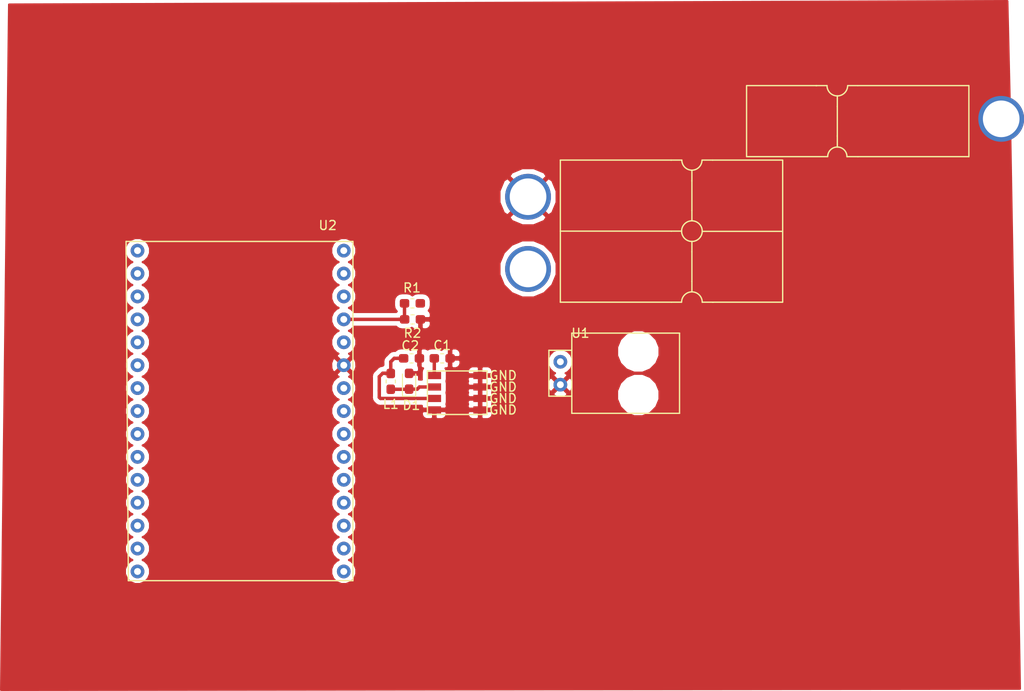
<source format=kicad_pcb>
(kicad_pcb (version 20171130) (host pcbnew "(5.0.1)-3")

  (general
    (thickness 1.6)
    (drawings 0)
    (tracks 21)
    (zones 0)
    (modules 11)
    (nets 34)
  )

  (page A4)
  (layers
    (0 F.Cu signal)
    (31 B.Cu signal)
    (32 B.Adhes user)
    (33 F.Adhes user)
    (34 B.Paste user)
    (35 F.Paste user)
    (36 B.SilkS user)
    (37 F.SilkS user)
    (38 B.Mask user)
    (39 F.Mask user)
    (40 Dwgs.User user)
    (41 Cmts.User user)
    (42 Eco1.User user)
    (43 Eco2.User user)
    (44 Edge.Cuts user)
    (45 Margin user)
    (46 B.CrtYd user)
    (47 F.CrtYd user)
    (48 B.Fab user)
    (49 F.Fab user)
  )

  (setup
    (last_trace_width 0.762)
    (user_trace_width 0.381)
    (user_trace_width 0.762)
    (trace_clearance 0.2)
    (zone_clearance 0.508)
    (zone_45_only no)
    (trace_min 0.2)
    (segment_width 0.2)
    (edge_width 0.1)
    (via_size 0.8)
    (via_drill 0.4)
    (via_min_size 0.4)
    (via_min_drill 0.3)
    (uvia_size 0.3)
    (uvia_drill 0.1)
    (uvias_allowed no)
    (uvia_min_size 0.2)
    (uvia_min_drill 0.1)
    (pcb_text_width 0.3)
    (pcb_text_size 1.5 1.5)
    (mod_edge_width 0.15)
    (mod_text_size 1 1)
    (mod_text_width 0.15)
    (pad_size 1.5 1.5)
    (pad_drill 0.6)
    (pad_to_mask_clearance 0)
    (aux_axis_origin 0 0)
    (visible_elements FFFFFF7F)
    (pcbplotparams
      (layerselection 0x010fc_ffffffff)
      (usegerberextensions false)
      (usegerberattributes false)
      (usegerberadvancedattributes false)
      (creategerberjobfile false)
      (excludeedgelayer true)
      (linewidth 0.100000)
      (plotframeref false)
      (viasonmask false)
      (mode 1)
      (useauxorigin false)
      (hpglpennumber 1)
      (hpglpenspeed 20)
      (hpglpendiameter 15.000000)
      (psnegative false)
      (psa4output false)
      (plotreference true)
      (plotvalue true)
      (plotinvisibletext false)
      (padsonsilk false)
      (subtractmaskfromsilk false)
      (outputformat 1)
      (mirror false)
      (drillshape 1)
      (scaleselection 1)
      (outputdirectory ""))
  )

  (net 0 "")
  (net 1 "Net-(C1-Pad1)")
  (net 2 GND)
  (net 3 +3V3)
  (net 4 "Net-(D1-Pad1)")
  (net 5 Din)
  (net 6 "Net-(U2-Pad1)")
  (net 7 "Net-(U2-Pad2)")
  (net 8 "Net-(U2-Pad3)")
  (net 9 "Net-(U2-Pad4)")
  (net 10 "Net-(U2-Pad5)")
  (net 11 "Net-(U2-Pad6)")
  (net 12 "Net-(U2-Pad7)")
  (net 13 "Net-(U2-Pad8)")
  (net 14 "Net-(U2-Pad9)")
  (net 15 "Net-(U2-Pad13)")
  (net 16 "Net-(U2-Pad14)")
  (net 17 "Net-(U2-Pad15)")
  (net 18 "Net-(U2-Pad16)")
  (net 19 "Net-(U2-Pad17)")
  (net 20 "Net-(U2-Pad18)")
  (net 21 "Net-(U2-Pad19)")
  (net 22 "Net-(U2-Pad20)")
  (net 23 "Net-(U2-Pad21)")
  (net 24 "Net-(U2-Pad22)")
  (net 25 "Net-(U2-Pad23)")
  (net 26 "Net-(U2-Pad24)")
  (net 27 "Net-(U2-Pad25)")
  (net 28 "Net-(U2-Pad26)")
  (net 29 "Net-(U2-Pad27)")
  (net 30 "Net-(U2-Pad28)")
  (net 31 "Net-(U2-Pad29)")
  (net 32 "Net-(U2-Pad30)")
  (net 33 "Net-(Conn3-Pad2)")

  (net_class Default "This is the default net class."
    (clearance 0.2)
    (trace_width 0.25)
    (via_dia 0.8)
    (via_drill 0.4)
    (uvia_dia 0.3)
    (uvia_drill 0.1)
    (add_net +3V3)
    (add_net Din)
    (add_net GND)
    (add_net "Net-(C1-Pad1)")
    (add_net "Net-(Conn3-Pad2)")
    (add_net "Net-(D1-Pad1)")
    (add_net "Net-(U2-Pad1)")
    (add_net "Net-(U2-Pad13)")
    (add_net "Net-(U2-Pad14)")
    (add_net "Net-(U2-Pad15)")
    (add_net "Net-(U2-Pad16)")
    (add_net "Net-(U2-Pad17)")
    (add_net "Net-(U2-Pad18)")
    (add_net "Net-(U2-Pad19)")
    (add_net "Net-(U2-Pad2)")
    (add_net "Net-(U2-Pad20)")
    (add_net "Net-(U2-Pad21)")
    (add_net "Net-(U2-Pad22)")
    (add_net "Net-(U2-Pad23)")
    (add_net "Net-(U2-Pad24)")
    (add_net "Net-(U2-Pad25)")
    (add_net "Net-(U2-Pad26)")
    (add_net "Net-(U2-Pad27)")
    (add_net "Net-(U2-Pad28)")
    (add_net "Net-(U2-Pad29)")
    (add_net "Net-(U2-Pad3)")
    (add_net "Net-(U2-Pad30)")
    (add_net "Net-(U2-Pad4)")
    (add_net "Net-(U2-Pad5)")
    (add_net "Net-(U2-Pad6)")
    (add_net "Net-(U2-Pad7)")
    (add_net "Net-(U2-Pad8)")
    (add_net "Net-(U2-Pad9)")
  )

  (module Capacitor_SMD:C_0603_1608Metric_Pad1.05x0.95mm_HandSolder (layer F.Cu) (tedit 5B301BBE) (tstamp 5C26EA46)
    (at 143.877 84.455)
    (descr "Capacitor SMD 0603 (1608 Metric), square (rectangular) end terminal, IPC_7351 nominal with elongated pad for handsoldering. (Body size source: http://www.tortai-tech.com/upload/download/2011102023233369053.pdf), generated with kicad-footprint-generator")
    (tags "capacitor handsolder")
    (path /5C01FBEC)
    (attr smd)
    (fp_text reference C1 (at 0 -1.43) (layer F.SilkS)
      (effects (font (size 1 1) (thickness 0.15)))
    )
    (fp_text value 10uF (at 0 1.43) (layer F.Fab)
      (effects (font (size 1 1) (thickness 0.15)))
    )
    (fp_line (start -0.8 0.4) (end -0.8 -0.4) (layer F.Fab) (width 0.1))
    (fp_line (start -0.8 -0.4) (end 0.8 -0.4) (layer F.Fab) (width 0.1))
    (fp_line (start 0.8 -0.4) (end 0.8 0.4) (layer F.Fab) (width 0.1))
    (fp_line (start 0.8 0.4) (end -0.8 0.4) (layer F.Fab) (width 0.1))
    (fp_line (start -0.171267 -0.51) (end 0.171267 -0.51) (layer F.SilkS) (width 0.12))
    (fp_line (start -0.171267 0.51) (end 0.171267 0.51) (layer F.SilkS) (width 0.12))
    (fp_line (start -1.65 0.73) (end -1.65 -0.73) (layer F.CrtYd) (width 0.05))
    (fp_line (start -1.65 -0.73) (end 1.65 -0.73) (layer F.CrtYd) (width 0.05))
    (fp_line (start 1.65 -0.73) (end 1.65 0.73) (layer F.CrtYd) (width 0.05))
    (fp_line (start 1.65 0.73) (end -1.65 0.73) (layer F.CrtYd) (width 0.05))
    (fp_text user %R (at 0.127 0) (layer F.Fab)
      (effects (font (size 0.4 0.4) (thickness 0.06)))
    )
    (pad 1 smd roundrect (at -0.875 0) (size 1.05 0.95) (layers F.Cu F.Paste F.Mask) (roundrect_rratio 0.25)
      (net 1 "Net-(C1-Pad1)"))
    (pad 2 smd roundrect (at 0.875 0) (size 1.05 0.95) (layers F.Cu F.Paste F.Mask) (roundrect_rratio 0.25)
      (net 2 GND))
    (model ${KISYS3DMOD}/Capacitor_SMD.3dshapes/C_0603_1608Metric.wrl
      (at (xyz 0 0 0))
      (scale (xyz 1 1 1))
      (rotate (xyz 0 0 0))
    )
  )

  (module Capacitor_SMD:C_0603_1608Metric_Pad1.05x0.95mm_HandSolder (layer F.Cu) (tedit 5B301BBE) (tstamp 5C26E9B0)
    (at 140.476 84.455 180)
    (descr "Capacitor SMD 0603 (1608 Metric), square (rectangular) end terminal, IPC_7351 nominal with elongated pad for handsoldering. (Body size source: http://www.tortai-tech.com/upload/download/2011102023233369053.pdf), generated with kicad-footprint-generator")
    (tags "capacitor handsolder")
    (path /5C020644)
    (attr smd)
    (fp_text reference C2 (at 0.141 1.397 180) (layer F.SilkS)
      (effects (font (size 1 1) (thickness 0.15)))
    )
    (fp_text value 10uF (at 0 1.43 180) (layer F.Fab)
      (effects (font (size 1 1) (thickness 0.15)))
    )
    (fp_text user %R (at 0 0 180) (layer F.Fab)
      (effects (font (size 0.4 0.4) (thickness 0.06)))
    )
    (fp_line (start 1.65 0.73) (end -1.65 0.73) (layer F.CrtYd) (width 0.05))
    (fp_line (start 1.65 -0.73) (end 1.65 0.73) (layer F.CrtYd) (width 0.05))
    (fp_line (start -1.65 -0.73) (end 1.65 -0.73) (layer F.CrtYd) (width 0.05))
    (fp_line (start -1.65 0.73) (end -1.65 -0.73) (layer F.CrtYd) (width 0.05))
    (fp_line (start -0.171267 0.51) (end 0.171267 0.51) (layer F.SilkS) (width 0.12))
    (fp_line (start -0.171267 -0.51) (end 0.171267 -0.51) (layer F.SilkS) (width 0.12))
    (fp_line (start 0.8 0.4) (end -0.8 0.4) (layer F.Fab) (width 0.1))
    (fp_line (start 0.8 -0.4) (end 0.8 0.4) (layer F.Fab) (width 0.1))
    (fp_line (start -0.8 -0.4) (end 0.8 -0.4) (layer F.Fab) (width 0.1))
    (fp_line (start -0.8 0.4) (end -0.8 -0.4) (layer F.Fab) (width 0.1))
    (pad 2 smd roundrect (at 0.875 0 180) (size 1.05 0.95) (layers F.Cu F.Paste F.Mask) (roundrect_rratio 0.25)
      (net 3 +3V3))
    (pad 1 smd roundrect (at -0.875 0 180) (size 1.05 0.95) (layers F.Cu F.Paste F.Mask) (roundrect_rratio 0.25)
      (net 2 GND))
    (model ${KISYS3DMOD}/Capacitor_SMD.3dshapes/C_0603_1608Metric.wrl
      (at (xyz 0 0 0))
      (scale (xyz 1 1 1))
      (rotate (xyz 0 0 0))
    )
  )

  (module MRDT_Connectors:Anderson_2_Horisontal_Side_by_Side (layer F.Cu) (tedit 5AAD70FE) (tstamp 5C26D539)
    (at 156.972 62.484 180)
    (path /5BFDAEAB)
    (fp_text reference Conn1 (at -1.8796 0.762 180) (layer F.SilkS) hide
      (effects (font (size 1 1) (thickness 0.15)))
    )
    (fp_text value AndersonPP (at -12.8651 -16.764 180) (layer F.Fab)
      (effects (font (size 1 1) (thickness 0.15)))
    )
    (fp_arc (start -14.5796 0) (end -14.5796 -1.1176) (angle 90) (layer F.SilkS) (width 0.15))
    (fp_arc (start -14.5796 0) (end -15.6972 0) (angle 90) (layer F.SilkS) (width 0.15))
    (fp_line (start -24.638 -15.748) (end -24.638 0) (layer F.SilkS) (width 0.15))
    (fp_line (start 0 -15.748) (end 0 0) (layer F.SilkS) (width 0.15))
    (fp_line (start -15.7226 -15.748) (end -16.9418 -15.748) (layer F.SilkS) (width 0.15))
    (fp_arc (start -14.5796 -15.748) (end -13.4366 -15.748) (angle 90) (layer F.SilkS) (width 0.15))
    (fp_arc (start -14.5796 -15.748) (end -14.5796 -14.605) (angle 90) (layer F.SilkS) (width 0.15))
    (fp_line (start -12.2682 0) (end -13.462 0) (layer F.SilkS) (width 0.15))
    (fp_line (start -14.5796 -2.3114) (end -14.5796 -1.143) (layer F.SilkS) (width 0.15))
    (fp_line (start -16.891 0) (end -15.7226 0) (layer F.SilkS) (width 0.15))
    (fp_line (start -12.319 -15.748) (end -13.4112 -15.748) (layer F.SilkS) (width 0.15))
    (fp_line (start -14.5796 -14.605) (end -14.5796 -13.4366) (layer F.SilkS) (width 0.15))
    (fp_line (start -14.5796 -5.588) (end -14.5796 -6.731) (layer F.SilkS) (width 0.15))
    (fp_line (start -24.6126 -7.8994) (end -15.7226 -7.8994) (layer F.SilkS) (width 0.15))
    (fp_line (start -14.5796 -10.16) (end -14.5796 -9.017) (layer F.SilkS) (width 0.15))
    (fp_line (start -12.2936 -7.874) (end -13.4366 -7.874) (layer F.SilkS) (width 0.15))
    (fp_line (start -14.5796 -5.588) (end -14.5796 -2.286) (layer F.SilkS) (width 0.15))
    (fp_line (start -12.2936 -7.874) (end 0 -7.874) (layer F.SilkS) (width 0.15))
    (fp_line (start -14.5796 -10.16) (end -14.5796 -13.4366) (layer F.SilkS) (width 0.15))
    (fp_circle (center -14.5796 -7.874) (end -14.5796 -6.731) (layer F.SilkS) (width 0.15))
    (fp_line (start -12.2936 0) (end 0 0) (layer F.SilkS) (width 0.15))
    (fp_line (start -16.8656 0) (end -24.6126 0) (layer F.SilkS) (width 0.15))
    (fp_line (start -24.6126 -15.748) (end -16.8656 -15.748) (layer F.SilkS) (width 0.15))
    (fp_line (start -12.2936 -15.748) (end 0 -15.748) (layer F.SilkS) (width 0.15))
    (pad 1 thru_hole circle (at 3.5814 -4.063 180) (size 5.08 5.08) (drill 4.06) (layers *.Cu *.Mask F.Paste)
      (net 2 GND))
    (pad 2 thru_hole circle (at 3.5814 -12.064 180) (size 5.08 5.08) (drill 4.06) (layers *.Cu *.Mask F.Paste))
  )

  (module MRDT_Connectors:MOLEX_SL_02_Horizontal (layer F.Cu) (tedit 5AB8003E) (tstamp 5C26D018)
    (at 156.972 86.106 270)
    (path /5BCBD3EB)
    (fp_text reference Conn2 (at 0 2.54 270) (layer F.SilkS) hide
      (effects (font (size 1 1) (thickness 0.15)))
    )
    (fp_text value Molex_SL_02 (at 1.27 2.286 270) (layer F.Fab)
      (effects (font (size 1 1) (thickness 0.15)))
    )
    (fp_line (start -4.445 -1.27) (end 4.445 -1.27) (layer F.SilkS) (width 0.15))
    (fp_line (start 4.445 -1.27) (end 4.445 -13.208) (layer F.SilkS) (width 0.15))
    (fp_line (start 2.54 1.27) (end -2.54 1.27) (layer F.SilkS) (width 0.15))
    (fp_line (start -4.445 -13.208) (end 4.445 -13.208) (layer F.SilkS) (width 0.15))
    (fp_line (start -4.445 -1.27) (end -4.445 -13.208) (layer F.SilkS) (width 0.15))
    (fp_line (start 2.54 -1.27) (end 2.54 1.27) (layer F.SilkS) (width 0.15))
    (fp_line (start -2.54 1.27) (end -2.54 -1.27) (layer F.SilkS) (width 0.15))
    (pad "" np_thru_hole circle (at -2.415 -8.64 270) (size 3.45 3.45) (drill 3.45) (layers *.Cu *.Mask))
    (pad 1 thru_hole circle (at -1.27 0 270) (size 1.524 1.524) (drill 0.762) (layers *.Cu *.Mask)
      (net 1 "Net-(C1-Pad1)"))
    (pad 2 thru_hole circle (at 1.27 0 270) (size 1.524 1.524) (drill 0.762) (layers *.Cu *.Mask)
      (net 2 GND))
    (pad "" np_thru_hole circle (at 2.413 -8.636 270) (size 3.45 3.45) (drill 3.45) (layers *.Cu *.Mask))
  )

  (module Diode_SMD:D_0603_1608Metric_Pad1.05x0.95mm_HandSolder (layer F.Cu) (tedit 5C01F0B3) (tstamp 5C26EA12)
    (at 140.208 86.995 90)
    (descr "Diode SMD 0603 (1608 Metric), square (rectangular) end terminal, IPC_7351 nominal, (Body size source: http://www.tortai-tech.com/upload/download/2011102023233369053.pdf), generated with kicad-footprint-generator")
    (tags "diode handsolder")
    (path /5C01FDBC)
    (attr smd)
    (fp_text reference D1 (at -2.667 0.254 180) (layer F.SilkS)
      (effects (font (size 1 1) (thickness 0.15)))
    )
    (fp_text value D_Schottky (at 0 1.43 90) (layer F.Fab) hide
      (effects (font (size 1 1) (thickness 0.15)))
    )
    (fp_line (start 0.8 -0.4) (end -0.5 -0.4) (layer F.Fab) (width 0.1))
    (fp_line (start -0.5 -0.4) (end -0.8 -0.1) (layer F.Fab) (width 0.1))
    (fp_line (start -0.8 -0.1) (end -0.8 0.4) (layer F.Fab) (width 0.1))
    (fp_line (start -0.8 0.4) (end 0.8 0.4) (layer F.Fab) (width 0.1))
    (fp_line (start 0.8 0.4) (end 0.8 -0.4) (layer F.Fab) (width 0.1))
    (fp_line (start 0.8 -0.735) (end -1.66 -0.735) (layer F.SilkS) (width 0.12))
    (fp_line (start -1.66 -0.735) (end -1.66 0.735) (layer F.SilkS) (width 0.12))
    (fp_line (start -1.66 0.735) (end 0.8 0.735) (layer F.SilkS) (width 0.12))
    (fp_line (start -1.65 0.73) (end -1.65 -0.73) (layer F.CrtYd) (width 0.05))
    (fp_line (start -1.65 -0.73) (end 1.65 -0.73) (layer F.CrtYd) (width 0.05))
    (fp_line (start 1.65 -0.73) (end 1.65 0.73) (layer F.CrtYd) (width 0.05))
    (fp_line (start 1.65 0.73) (end -1.65 0.73) (layer F.CrtYd) (width 0.05))
    (fp_text user %R (at 0 0 90) (layer F.Fab)
      (effects (font (size 0.4 0.4) (thickness 0.06)))
    )
    (pad 1 smd roundrect (at -0.875 0 90) (size 1.05 0.95) (layers F.Cu F.Paste F.Mask) (roundrect_rratio 0.25)
      (net 4 "Net-(D1-Pad1)"))
    (pad 2 smd roundrect (at 0.875 0 90) (size 1.05 0.95) (layers F.Cu F.Paste F.Mask) (roundrect_rratio 0.25)
      (net 2 GND))
    (model ${KISYS3DMOD}/Diode_SMD.3dshapes/D_0603_1608Metric.wrl
      (at (xyz 0 0 0))
      (scale (xyz 1 1 1))
      (rotate (xyz 0 0 0))
    )
  )

  (module Inductor_SMD:L_0603_1608Metric_Pad1.05x0.95mm_HandSolder (layer F.Cu) (tedit 5B301BBE) (tstamp 5C26E9E0)
    (at 138.176 87.009 90)
    (descr "Capacitor SMD 0603 (1608 Metric), square (rectangular) end terminal, IPC_7351 nominal with elongated pad for handsoldering. (Body size source: http://www.tortai-tech.com/upload/download/2011102023233369053.pdf), generated with kicad-footprint-generator")
    (tags "inductor handsolder")
    (path /5C02042E)
    (attr smd)
    (fp_text reference L1 (at -2.54 0 180) (layer F.SilkS)
      (effects (font (size 1 1) (thickness 0.15)))
    )
    (fp_text value 47uH (at 0 1.43 90) (layer F.Fab)
      (effects (font (size 1 1) (thickness 0.15)))
    )
    (fp_line (start -0.8 0.4) (end -0.8 -0.4) (layer F.Fab) (width 0.1))
    (fp_line (start -0.8 -0.4) (end 0.8 -0.4) (layer F.Fab) (width 0.1))
    (fp_line (start 0.8 -0.4) (end 0.8 0.4) (layer F.Fab) (width 0.1))
    (fp_line (start 0.8 0.4) (end -0.8 0.4) (layer F.Fab) (width 0.1))
    (fp_line (start -0.171267 -0.51) (end 0.171267 -0.51) (layer F.SilkS) (width 0.12))
    (fp_line (start -0.171267 0.51) (end 0.171267 0.51) (layer F.SilkS) (width 0.12))
    (fp_line (start -1.65 0.73) (end -1.65 -0.73) (layer F.CrtYd) (width 0.05))
    (fp_line (start -1.65 -0.73) (end 1.65 -0.73) (layer F.CrtYd) (width 0.05))
    (fp_line (start 1.65 -0.73) (end 1.65 0.73) (layer F.CrtYd) (width 0.05))
    (fp_line (start 1.65 0.73) (end -1.65 0.73) (layer F.CrtYd) (width 0.05))
    (fp_text user %R (at 0 0 90) (layer F.Fab)
      (effects (font (size 0.4 0.4) (thickness 0.06)))
    )
    (pad 1 smd roundrect (at -0.875 0 90) (size 1.05 0.95) (layers F.Cu F.Paste F.Mask) (roundrect_rratio 0.25)
      (net 4 "Net-(D1-Pad1)"))
    (pad 2 smd roundrect (at 0.875 0 90) (size 1.05 0.95) (layers F.Cu F.Paste F.Mask) (roundrect_rratio 0.25)
      (net 3 +3V3))
    (model ${KISYS3DMOD}/Inductor_SMD.3dshapes/L_0603_1608Metric.wrl
      (at (xyz 0 0 0))
      (scale (xyz 1 1 1))
      (rotate (xyz 0 0 0))
    )
  )

  (module Resistor_SMD:R_0603_1608Metric_Pad1.05x0.95mm_HandSolder (layer F.Cu) (tedit 5B301BBD) (tstamp 5C26D04D)
    (at 140.575 78.359 180)
    (descr "Resistor SMD 0603 (1608 Metric), square (rectangular) end terminal, IPC_7351 nominal with elongated pad for handsoldering. (Body size source: http://www.tortai-tech.com/upload/download/2011102023233369053.pdf), generated with kicad-footprint-generator")
    (tags "resistor handsolder")
    (path /5BD18FF4)
    (attr smd)
    (fp_text reference R1 (at 0.0495 1.7145 180) (layer F.SilkS)
      (effects (font (size 1 1) (thickness 0.15)))
    )
    (fp_text value 100K (at 0 1.43 180) (layer F.Fab)
      (effects (font (size 1 1) (thickness 0.15)))
    )
    (fp_line (start -0.8 0.4) (end -0.8 -0.4) (layer F.Fab) (width 0.1))
    (fp_line (start -0.8 -0.4) (end 0.8 -0.4) (layer F.Fab) (width 0.1))
    (fp_line (start 0.8 -0.4) (end 0.8 0.4) (layer F.Fab) (width 0.1))
    (fp_line (start 0.8 0.4) (end -0.8 0.4) (layer F.Fab) (width 0.1))
    (fp_line (start -0.171267 -0.51) (end 0.171267 -0.51) (layer F.SilkS) (width 0.12))
    (fp_line (start -0.171267 0.51) (end 0.171267 0.51) (layer F.SilkS) (width 0.12))
    (fp_line (start -1.65 0.73) (end -1.65 -0.73) (layer F.CrtYd) (width 0.05))
    (fp_line (start -1.65 -0.73) (end 1.65 -0.73) (layer F.CrtYd) (width 0.05))
    (fp_line (start 1.65 -0.73) (end 1.65 0.73) (layer F.CrtYd) (width 0.05))
    (fp_line (start 1.65 0.73) (end -1.65 0.73) (layer F.CrtYd) (width 0.05))
    (fp_text user %R (at 0 0 180) (layer F.Fab)
      (effects (font (size 0.4 0.4) (thickness 0.06)))
    )
    (pad 1 smd roundrect (at -0.875 0 180) (size 1.05 0.95) (layers F.Cu F.Paste F.Mask) (roundrect_rratio 0.25)
      (net 33 "Net-(Conn3-Pad2)"))
    (pad 2 smd roundrect (at 0.875 0 180) (size 1.05 0.95) (layers F.Cu F.Paste F.Mask) (roundrect_rratio 0.25)
      (net 5 Din))
    (model ${KISYS3DMOD}/Resistor_SMD.3dshapes/R_0603_1608Metric.wrl
      (at (xyz 0 0 0))
      (scale (xyz 1 1 1))
      (rotate (xyz 0 0 0))
    )
  )

  (module Resistor_SMD:R_0603_1608Metric_Pad1.05x0.95mm_HandSolder (layer F.Cu) (tedit 5B301BBD) (tstamp 5C26D05E)
    (at 140.589 80.137)
    (descr "Resistor SMD 0603 (1608 Metric), square (rectangular) end terminal, IPC_7351 nominal with elongated pad for handsoldering. (Body size source: http://www.tortai-tech.com/upload/download/2011102023233369053.pdf), generated with kicad-footprint-generator")
    (tags "resistor handsolder")
    (path /5BD1904D)
    (attr smd)
    (fp_text reference R2 (at 0 1.524) (layer F.SilkS)
      (effects (font (size 1 1) (thickness 0.15)))
    )
    (fp_text value 11K (at 0 1.43) (layer F.Fab)
      (effects (font (size 1 1) (thickness 0.15)))
    )
    (fp_text user %R (at 0 0) (layer F.Fab)
      (effects (font (size 0.4 0.4) (thickness 0.06)))
    )
    (fp_line (start 1.65 0.73) (end -1.65 0.73) (layer F.CrtYd) (width 0.05))
    (fp_line (start 1.65 -0.73) (end 1.65 0.73) (layer F.CrtYd) (width 0.05))
    (fp_line (start -1.65 -0.73) (end 1.65 -0.73) (layer F.CrtYd) (width 0.05))
    (fp_line (start -1.65 0.73) (end -1.65 -0.73) (layer F.CrtYd) (width 0.05))
    (fp_line (start -0.171267 0.51) (end 0.171267 0.51) (layer F.SilkS) (width 0.12))
    (fp_line (start -0.171267 -0.51) (end 0.171267 -0.51) (layer F.SilkS) (width 0.12))
    (fp_line (start 0.8 0.4) (end -0.8 0.4) (layer F.Fab) (width 0.1))
    (fp_line (start 0.8 -0.4) (end 0.8 0.4) (layer F.Fab) (width 0.1))
    (fp_line (start -0.8 -0.4) (end 0.8 -0.4) (layer F.Fab) (width 0.1))
    (fp_line (start -0.8 0.4) (end -0.8 -0.4) (layer F.Fab) (width 0.1))
    (pad 2 smd roundrect (at 0.875 0) (size 1.05 0.95) (layers F.Cu F.Paste F.Mask) (roundrect_rratio 0.25)
      (net 2 GND))
    (pad 1 smd roundrect (at -0.875 0) (size 1.05 0.95) (layers F.Cu F.Paste F.Mask) (roundrect_rratio 0.25)
      (net 5 Din))
    (model ${KISYS3DMOD}/Resistor_SMD.3dshapes/R_0603_1608Metric.wrl
      (at (xyz 0 0 0))
      (scale (xyz 1 1 1))
      (rotate (xyz 0 0 0))
    )
  )

  (module MRDT_Devices:AP1509 (layer F.Cu) (tedit 5C01F104) (tstamp 5C26E972)
    (at 149.098 84.582)
    (path /5BCBD4B5)
    (fp_text reference U1 (at 10.098999 -2.917) (layer F.SilkS)
      (effects (font (size 1 1) (thickness 0.15)))
    )
    (fp_text value AP1059 (at 14.416999 -3.171) (layer F.Fab)
      (effects (font (size 1 1) (thickness 0.15)))
    )
    (fp_line (start -6.858 1.27) (end -6.858 6.096) (layer F.SilkS) (width 0.15))
    (fp_line (start -6.858 6.096) (end -0.254 6.096) (layer F.SilkS) (width 0.15))
    (fp_line (start -0.254 6.096) (end -0.254 1.27) (layer F.SilkS) (width 0.15))
    (fp_line (start -0.254 1.27) (end -6.858 1.27) (layer F.SilkS) (width 0.15))
    (fp_text user Vin (at -11.618001 3.433) (layer F.SilkS) hide
      (effects (font (size 1 1) (thickness 0.15)))
    )
    (fp_text user Vout (at -8.89 3.048 180) (layer F.SilkS) hide
      (effects (font (size 1 1) (thickness 0.15)))
    )
    (fp_text user FB (at -8.382 4.318) (layer F.SilkS) hide
      (effects (font (size 1 1) (thickness 0.15)))
    )
    (fp_text user SD (at -8.128 5.588) (layer F.SilkS) hide
      (effects (font (size 1 1) (thickness 0.15)))
    )
    (fp_text user GND (at 1.524 1.778) (layer F.SilkS)
      (effects (font (size 1 1) (thickness 0.15)))
    )
    (fp_text user GND (at 1.524 3.048) (layer F.SilkS)
      (effects (font (size 1 1) (thickness 0.15)))
    )
    (fp_text user GND (at 1.524 4.318) (layer F.SilkS)
      (effects (font (size 1 1) (thickness 0.15)))
    )
    (fp_text user GND (at 1.524 5.588) (layer F.SilkS)
      (effects (font (size 1 1) (thickness 0.15)))
    )
    (pad 1 smd rect (at -6.096 1.778 90) (size 0.802 1.505) (layers F.Cu F.Paste F.Mask)
      (net 1 "Net-(C1-Pad1)"))
    (pad 2 smd rect (at -6.096 3.048 90) (size 0.802 1.505) (layers F.Cu F.Paste F.Mask)
      (net 4 "Net-(D1-Pad1)"))
    (pad 3 smd rect (at -6.096 4.318 90) (size 0.802 1.505) (layers F.Cu F.Paste F.Mask)
      (net 3 +3V3))
    (pad 4 smd rect (at -6.096 5.588 90) (size 0.802 1.505) (layers F.Cu F.Paste F.Mask)
      (net 2 GND))
    (pad 5 smd rect (at -1.016 1.778 90) (size 0.802 1.505) (layers F.Cu F.Paste F.Mask)
      (net 2 GND))
    (pad 6 smd rect (at -1.016 3.048 90) (size 0.802 1.505) (layers F.Cu F.Paste F.Mask)
      (net 2 GND))
    (pad 7 smd rect (at -1.016 4.318 90) (size 0.802 1.505) (layers F.Cu F.Paste F.Mask)
      (net 2 GND))
    (pad 8 smd rect (at -1.016 5.588 90) (size 0.802 1.505) (layers F.Cu F.Paste F.Mask)
      (net 2 GND))
  )

  (module "New Library:ESP_8266 NODEMCU" (layer F.Cu) (tedit 5C01EE22) (tstamp 5C26D09D)
    (at 132.207 112.395 180)
    (path /5BFDA2B2)
    (fp_text reference U2 (at 1.016 42.672 180) (layer F.SilkS)
      (effects (font (size 1 1) (thickness 0.15)))
    )
    (fp_text value ESP8266_MCU (at 10.16 5.842 180) (layer F.Fab)
      (effects (font (size 1 1) (thickness 0.15)))
    )
    (fp_line (start -1.524 3.302) (end 23.114 3.302) (layer F.SilkS) (width 0.15))
    (fp_line (start 23.114 3.302) (end 23.368 40.894) (layer F.SilkS) (width 0.15))
    (fp_line (start -1.524 3.302) (end -1.778 3.302) (layer F.SilkS) (width 0.15))
    (fp_line (start -1.778 3.302) (end -1.778 40.894) (layer F.SilkS) (width 0.15))
    (fp_line (start -1.778 40.894) (end 23.368 40.894) (layer F.SilkS) (width 0.15))
    (pad 1 thru_hole circle (at -0.762 4.318 180) (size 1.524 1.524) (drill 0.762) (layers *.Cu *.Mask)
      (net 6 "Net-(U2-Pad1)"))
    (pad 2 thru_hole circle (at -0.762 6.858 180) (size 1.524 1.524) (drill 0.762) (layers *.Cu *.Mask)
      (net 7 "Net-(U2-Pad2)"))
    (pad 3 thru_hole circle (at -0.762 9.398 180) (size 1.524 1.524) (drill 0.762) (layers *.Cu *.Mask)
      (net 8 "Net-(U2-Pad3)"))
    (pad 4 thru_hole circle (at -0.762 11.938 180) (size 1.524 1.524) (drill 0.762) (layers *.Cu *.Mask)
      (net 9 "Net-(U2-Pad4)"))
    (pad 5 thru_hole circle (at -0.762 14.478 180) (size 1.524 1.524) (drill 0.762) (layers *.Cu *.Mask)
      (net 10 "Net-(U2-Pad5)"))
    (pad 6 thru_hole circle (at -0.762 17.018 180) (size 1.524 1.524) (drill 0.762) (layers *.Cu *.Mask)
      (net 11 "Net-(U2-Pad6)"))
    (pad 7 thru_hole circle (at -0.762 19.558 180) (size 1.524 1.524) (drill 0.762) (layers *.Cu *.Mask)
      (net 12 "Net-(U2-Pad7)"))
    (pad 8 thru_hole circle (at -0.762 22.098 180) (size 1.524 1.524) (drill 0.762) (layers *.Cu *.Mask)
      (net 13 "Net-(U2-Pad8)"))
    (pad 9 thru_hole circle (at -0.762 24.638 180) (size 1.524 1.524) (drill 0.762) (layers *.Cu *.Mask)
      (net 14 "Net-(U2-Pad9)"))
    (pad 10 thru_hole circle (at -0.762 27.178 180) (size 1.524 1.524) (drill 0.762) (layers *.Cu *.Mask)
      (net 2 GND))
    (pad 11 thru_hole circle (at -0.762 29.718 180) (size 1.524 1.524) (drill 0.762) (layers *.Cu *.Mask)
      (net 3 +3V3))
    (pad 12 thru_hole circle (at -0.762 32.258 180) (size 1.524 1.524) (drill 0.762) (layers *.Cu *.Mask)
      (net 5 Din))
    (pad 13 thru_hole circle (at -0.762 34.798 180) (size 1.524 1.524) (drill 0.762) (layers *.Cu *.Mask)
      (net 15 "Net-(U2-Pad13)"))
    (pad 14 thru_hole circle (at -0.762 37.338 180) (size 1.524 1.524) (drill 0.762) (layers *.Cu *.Mask)
      (net 16 "Net-(U2-Pad14)"))
    (pad 15 thru_hole circle (at -0.762 39.878 180) (size 1.524 1.524) (drill 0.762) (layers *.Cu *.Mask)
      (net 17 "Net-(U2-Pad15)"))
    (pad 16 thru_hole circle (at 22.098 39.878 180) (size 1.524 1.524) (drill 0.762) (layers *.Cu *.Mask)
      (net 18 "Net-(U2-Pad16)"))
    (pad 17 thru_hole circle (at 22.098 37.338 180) (size 1.524 1.524) (drill 0.762) (layers *.Cu *.Mask)
      (net 19 "Net-(U2-Pad17)"))
    (pad 18 thru_hole circle (at 22.098 34.798 180) (size 1.524 1.524) (drill 0.762) (layers *.Cu *.Mask)
      (net 20 "Net-(U2-Pad18)"))
    (pad 19 thru_hole circle (at 22.098 32.258 180) (size 1.524 1.524) (drill 0.762) (layers *.Cu *.Mask)
      (net 21 "Net-(U2-Pad19)"))
    (pad 20 thru_hole circle (at 22.098 29.718 180) (size 1.524 1.524) (drill 0.762) (layers *.Cu *.Mask)
      (net 22 "Net-(U2-Pad20)"))
    (pad 21 thru_hole circle (at 22.098 27.178 180) (size 1.524 1.524) (drill 0.762) (layers *.Cu *.Mask)
      (net 23 "Net-(U2-Pad21)"))
    (pad 22 thru_hole circle (at 22.098 24.638 180) (size 1.524 1.524) (drill 0.762) (layers *.Cu *.Mask)
      (net 24 "Net-(U2-Pad22)"))
    (pad 23 thru_hole circle (at 22.098 22.098 180) (size 1.524 1.524) (drill 0.762) (layers *.Cu *.Mask)
      (net 25 "Net-(U2-Pad23)"))
    (pad 24 thru_hole circle (at 22.098 19.558 180) (size 1.524 1.524) (drill 0.762) (layers *.Cu *.Mask)
      (net 26 "Net-(U2-Pad24)"))
    (pad 25 thru_hole circle (at 22.098 17.018 180) (size 1.524 1.524) (drill 0.762) (layers *.Cu *.Mask)
      (net 27 "Net-(U2-Pad25)"))
    (pad 26 thru_hole circle (at 22.098 14.478 180) (size 1.524 1.524) (drill 0.762) (layers *.Cu *.Mask)
      (net 28 "Net-(U2-Pad26)"))
    (pad 27 thru_hole circle (at 22.098 11.938 180) (size 1.524 1.524) (drill 0.762) (layers *.Cu *.Mask)
      (net 29 "Net-(U2-Pad27)"))
    (pad 28 thru_hole circle (at 22.098 9.398 180) (size 1.524 1.524) (drill 0.762) (layers *.Cu *.Mask)
      (net 30 "Net-(U2-Pad28)"))
    (pad 29 thru_hole circle (at 22.098 6.858 180) (size 1.524 1.524) (drill 0.762) (layers *.Cu *.Mask)
      (net 31 "Net-(U2-Pad29)"))
    (pad 30 thru_hole circle (at 22.098 4.318 180) (size 1.524 1.524) (drill 0.762) (layers *.Cu *.Mask)
      (net 32 "Net-(U2-Pad30)"))
  )

  (module MRDT_Connectors:Anderson_1_Horisontal (layer F.Cu) (tedit 5AA5BFEB) (tstamp 5C26EB8C)
    (at 202.2475 62.103)
    (path /5C01FE7F)
    (fp_text reference Conn3 (at -1.8796 8.636) (layer F.SilkS) hide
      (effects (font (size 1 1) (thickness 0.15)))
    )
    (fp_text value AndersonPP-MRDT_Connectors (at -12.8651 -8.89) (layer F.Fab)
      (effects (font (size 1 1) (thickness 0.15)))
    )
    (fp_line (start -24.638 0) (end -15.6464 0) (layer F.SilkS) (width 0.15))
    (fp_arc (start -14.5796 0) (end -15.6464 -0.0508) (angle 90) (layer F.SilkS) (width 0.15))
    (fp_line (start -13.5128 0) (end -12.2936 0) (layer F.SilkS) (width 0.15))
    (fp_arc (start -14.5796 0) (end -14.5796 -1.0668) (angle 90) (layer F.SilkS) (width 0.15))
    (fp_line (start -24.638 -7.874) (end -24.638 -0.0254) (layer F.SilkS) (width 0.15))
    (fp_line (start 0 0) (end 0 -7.874) (layer F.SilkS) (width 0.15))
    (fp_line (start -15.7226 -7.874) (end -16.9418 -7.874) (layer F.SilkS) (width 0.15))
    (fp_arc (start -14.5796 -7.874) (end -13.4366 -7.874) (angle 90) (layer F.SilkS) (width 0.15))
    (fp_arc (start -14.5796 -7.874) (end -14.5796 -6.731) (angle 90) (layer F.SilkS) (width 0.15))
    (fp_line (start -12.319 -7.874) (end -13.4112 -7.874) (layer F.SilkS) (width 0.15))
    (fp_line (start -14.5796 -6.731) (end -14.5796 -5.5626) (layer F.SilkS) (width 0.15))
    (fp_line (start -14.5796 -2.286) (end -14.5796 -1.143) (layer F.SilkS) (width 0.15))
    (fp_line (start -12.2936 0) (end 0 0) (layer F.SilkS) (width 0.15))
    (fp_line (start -14.5796 -2.286) (end -14.5796 -5.5626) (layer F.SilkS) (width 0.15))
    (fp_line (start -24.6126 -7.874) (end -16.8656 -7.874) (layer F.SilkS) (width 0.15))
    (fp_line (start -12.2936 -7.874) (end 0 -7.874) (layer F.SilkS) (width 0.15))
    (pad 1 thru_hole circle (at 3.5814 -4.19) (size 5.08 5.08) (drill 4.06) (layers *.Cu *.Mask F.Paste))
  )

  (segment (start 143.002 84.709) (end 143.002 86.36) (width 0.381) (layer F.Cu) (net 1) (tstamp 5C26E959))
  (segment (start 139.601 84.455) (end 138.976 84.455) (width 0.381) (layer F.Cu) (net 3) (tstamp 5C26E947))
  (segment (start 138.976 84.455) (end 138.557 84.455) (width 0.381) (layer F.Cu) (net 3) (tstamp 5C26E944))
  (segment (start 138.557 84.455) (end 138.176 84.836) (width 0.381) (layer F.Cu) (net 3))
  (segment (start 138.176 84.836) (end 138.176 86.106) (width 0.381) (layer F.Cu) (net 3))
  (segment (start 137.601 86.134) (end 137.573 86.106) (width 0.381) (layer F.Cu) (net 3))
  (segment (start 138.176 86.134) (end 137.601 86.134) (width 0.381) (layer F.Cu) (net 3))
  (segment (start 137.573 86.106) (end 137.287 86.106) (width 0.381) (layer F.Cu) (net 3))
  (segment (start 137.287 86.106) (end 136.906 86.487) (width 0.381) (layer F.Cu) (net 3))
  (segment (start 136.906 86.487) (end 136.906 88.027142) (width 0.381) (layer F.Cu) (net 3))
  (segment (start 136.906 88.027142) (end 136.906 88.773) (width 0.381) (layer F.Cu) (net 3))
  (segment (start 136.906 88.773) (end 137.033 88.9) (width 0.381) (layer F.Cu) (net 3))
  (segment (start 137.033 88.9) (end 143.002 88.9) (width 0.381) (layer F.Cu) (net 3) (tstamp 5C26E956))
  (segment (start 138.176 87.884) (end 138.751 87.884) (width 0.381) (layer F.Cu) (net 4))
  (segment (start 138.751 87.884) (end 140.335 87.884) (width 0.381) (layer F.Cu) (net 4) (tstamp 5C26E94D))
  (segment (start 140.208 87.87) (end 141.111 87.87) (width 0.381) (layer F.Cu) (net 4) (tstamp 5C26E950))
  (segment (start 141.111 87.87) (end 141.351 87.63) (width 0.381) (layer F.Cu) (net 4) (tstamp 5C26E94A))
  (segment (start 141.351 87.63) (end 143.129 87.63) (width 0.381) (layer F.Cu) (net 4) (tstamp 5C26E953))
  (segment (start 139.079 80.137) (end 133.096 80.137) (width 0.381) (layer F.Cu) (net 5))
  (segment (start 139.079 80.137) (end 139.827 80.137) (width 0.381) (layer F.Cu) (net 5))
  (segment (start 139.7 78.359) (end 139.7 80.01) (width 0.381) (layer F.Cu) (net 5))

  (zone (net 2) (net_name GND) (layer F.Cu) (tstamp 5C26E1BE) (hatch edge 0.508)
    (connect_pads (clearance 0.508))
    (min_thickness 0.254)
    (fill yes (arc_segments 16) (thermal_gap 0.508) (thermal_bridge_width 0.508))
    (polygon
      (pts
        (xy 206.883 55.663648) (xy 208.026 121.195648) (xy 94.869 121.322648) (xy 95.758 45.122648) (xy 206.629 44.741648)
      )
    )
    (filled_polygon
      (pts
        (xy 206.756025 55.666235) (xy 207.896768 121.068793) (xy 94.997492 121.195504) (xy 95.568649 72.239119) (xy 108.712 72.239119)
        (xy 108.712 72.794881) (xy 108.92468 73.308337) (xy 109.317663 73.70132) (xy 109.524513 73.787) (xy 109.317663 73.87268)
        (xy 108.92468 74.265663) (xy 108.712 74.779119) (xy 108.712 75.334881) (xy 108.92468 75.848337) (xy 109.317663 76.24132)
        (xy 109.524513 76.327) (xy 109.317663 76.41268) (xy 108.92468 76.805663) (xy 108.712 77.319119) (xy 108.712 77.874881)
        (xy 108.92468 78.388337) (xy 109.317663 78.78132) (xy 109.524513 78.867) (xy 109.317663 78.95268) (xy 108.92468 79.345663)
        (xy 108.712 79.859119) (xy 108.712 80.414881) (xy 108.92468 80.928337) (xy 109.317663 81.32132) (xy 109.524513 81.407)
        (xy 109.317663 81.49268) (xy 108.92468 81.885663) (xy 108.712 82.399119) (xy 108.712 82.954881) (xy 108.92468 83.468337)
        (xy 109.317663 83.86132) (xy 109.524513 83.947) (xy 109.317663 84.03268) (xy 108.92468 84.425663) (xy 108.712 84.939119)
        (xy 108.712 85.494881) (xy 108.92468 86.008337) (xy 109.317663 86.40132) (xy 109.524513 86.487) (xy 109.317663 86.57268)
        (xy 108.92468 86.965663) (xy 108.712 87.479119) (xy 108.712 88.034881) (xy 108.92468 88.548337) (xy 109.317663 88.94132)
        (xy 109.524513 89.027) (xy 109.317663 89.11268) (xy 108.92468 89.505663) (xy 108.712 90.019119) (xy 108.712 90.574881)
        (xy 108.92468 91.088337) (xy 109.317663 91.48132) (xy 109.524513 91.567) (xy 109.317663 91.65268) (xy 108.92468 92.045663)
        (xy 108.712 92.559119) (xy 108.712 93.114881) (xy 108.92468 93.628337) (xy 109.317663 94.02132) (xy 109.524513 94.107)
        (xy 109.317663 94.19268) (xy 108.92468 94.585663) (xy 108.712 95.099119) (xy 108.712 95.654881) (xy 108.92468 96.168337)
        (xy 109.317663 96.56132) (xy 109.524513 96.647) (xy 109.317663 96.73268) (xy 108.92468 97.125663) (xy 108.712 97.639119)
        (xy 108.712 98.194881) (xy 108.92468 98.708337) (xy 109.317663 99.10132) (xy 109.524513 99.187) (xy 109.317663 99.27268)
        (xy 108.92468 99.665663) (xy 108.712 100.179119) (xy 108.712 100.734881) (xy 108.92468 101.248337) (xy 109.317663 101.64132)
        (xy 109.524513 101.727) (xy 109.317663 101.81268) (xy 108.92468 102.205663) (xy 108.712 102.719119) (xy 108.712 103.274881)
        (xy 108.92468 103.788337) (xy 109.317663 104.18132) (xy 109.524513 104.267) (xy 109.317663 104.35268) (xy 108.92468 104.745663)
        (xy 108.712 105.259119) (xy 108.712 105.814881) (xy 108.92468 106.328337) (xy 109.317663 106.72132) (xy 109.524513 106.807)
        (xy 109.317663 106.89268) (xy 108.92468 107.285663) (xy 108.712 107.799119) (xy 108.712 108.354881) (xy 108.92468 108.868337)
        (xy 109.317663 109.26132) (xy 109.831119 109.474) (xy 110.386881 109.474) (xy 110.900337 109.26132) (xy 111.29332 108.868337)
        (xy 111.506 108.354881) (xy 111.506 107.799119) (xy 111.29332 107.285663) (xy 110.900337 106.89268) (xy 110.693487 106.807)
        (xy 110.900337 106.72132) (xy 111.29332 106.328337) (xy 111.506 105.814881) (xy 111.506 105.259119) (xy 111.29332 104.745663)
        (xy 110.900337 104.35268) (xy 110.693487 104.267) (xy 110.900337 104.18132) (xy 111.29332 103.788337) (xy 111.506 103.274881)
        (xy 111.506 102.719119) (xy 111.29332 102.205663) (xy 110.900337 101.81268) (xy 110.693487 101.727) (xy 110.900337 101.64132)
        (xy 111.29332 101.248337) (xy 111.506 100.734881) (xy 111.506 100.179119) (xy 111.29332 99.665663) (xy 110.900337 99.27268)
        (xy 110.693487 99.187) (xy 110.900337 99.10132) (xy 111.29332 98.708337) (xy 111.506 98.194881) (xy 111.506 97.639119)
        (xy 111.29332 97.125663) (xy 110.900337 96.73268) (xy 110.693487 96.647) (xy 110.900337 96.56132) (xy 111.29332 96.168337)
        (xy 111.506 95.654881) (xy 111.506 95.099119) (xy 111.29332 94.585663) (xy 110.900337 94.19268) (xy 110.693487 94.107)
        (xy 110.900337 94.02132) (xy 111.29332 93.628337) (xy 111.506 93.114881) (xy 111.506 92.559119) (xy 111.29332 92.045663)
        (xy 110.900337 91.65268) (xy 110.693487 91.567) (xy 110.900337 91.48132) (xy 111.29332 91.088337) (xy 111.506 90.574881)
        (xy 111.506 90.019119) (xy 111.29332 89.505663) (xy 110.900337 89.11268) (xy 110.693487 89.027) (xy 110.900337 88.94132)
        (xy 111.29332 88.548337) (xy 111.506 88.034881) (xy 111.506 87.479119) (xy 131.572 87.479119) (xy 131.572 88.034881)
        (xy 131.78468 88.548337) (xy 132.177663 88.94132) (xy 132.384513 89.027) (xy 132.177663 89.11268) (xy 131.78468 89.505663)
        (xy 131.572 90.019119) (xy 131.572 90.574881) (xy 131.78468 91.088337) (xy 132.177663 91.48132) (xy 132.384513 91.567)
        (xy 132.177663 91.65268) (xy 131.78468 92.045663) (xy 131.572 92.559119) (xy 131.572 93.114881) (xy 131.78468 93.628337)
        (xy 132.177663 94.02132) (xy 132.384513 94.107) (xy 132.177663 94.19268) (xy 131.78468 94.585663) (xy 131.572 95.099119)
        (xy 131.572 95.654881) (xy 131.78468 96.168337) (xy 132.177663 96.56132) (xy 132.384513 96.647) (xy 132.177663 96.73268)
        (xy 131.78468 97.125663) (xy 131.572 97.639119) (xy 131.572 98.194881) (xy 131.78468 98.708337) (xy 132.177663 99.10132)
        (xy 132.384513 99.187) (xy 132.177663 99.27268) (xy 131.78468 99.665663) (xy 131.572 100.179119) (xy 131.572 100.734881)
        (xy 131.78468 101.248337) (xy 132.177663 101.64132) (xy 132.384513 101.727) (xy 132.177663 101.81268) (xy 131.78468 102.205663)
        (xy 131.572 102.719119) (xy 131.572 103.274881) (xy 131.78468 103.788337) (xy 132.177663 104.18132) (xy 132.384513 104.267)
        (xy 132.177663 104.35268) (xy 131.78468 104.745663) (xy 131.572 105.259119) (xy 131.572 105.814881) (xy 131.78468 106.328337)
        (xy 132.177663 106.72132) (xy 132.384513 106.807) (xy 132.177663 106.89268) (xy 131.78468 107.285663) (xy 131.572 107.799119)
        (xy 131.572 108.354881) (xy 131.78468 108.868337) (xy 132.177663 109.26132) (xy 132.691119 109.474) (xy 133.246881 109.474)
        (xy 133.760337 109.26132) (xy 134.15332 108.868337) (xy 134.366 108.354881) (xy 134.366 107.799119) (xy 134.15332 107.285663)
        (xy 133.760337 106.89268) (xy 133.553487 106.807) (xy 133.760337 106.72132) (xy 134.15332 106.328337) (xy 134.366 105.814881)
        (xy 134.366 105.259119) (xy 134.15332 104.745663) (xy 133.760337 104.35268) (xy 133.553487 104.267) (xy 133.760337 104.18132)
        (xy 134.15332 103.788337) (xy 134.366 103.274881) (xy 134.366 102.719119) (xy 134.15332 102.205663) (xy 133.760337 101.81268)
        (xy 133.553487 101.727) (xy 133.760337 101.64132) (xy 134.15332 101.248337) (xy 134.366 100.734881) (xy 134.366 100.179119)
        (xy 134.15332 99.665663) (xy 133.760337 99.27268) (xy 133.553487 99.187) (xy 133.760337 99.10132) (xy 134.15332 98.708337)
        (xy 134.366 98.194881) (xy 134.366 97.639119) (xy 134.15332 97.125663) (xy 133.760337 96.73268) (xy 133.553487 96.647)
        (xy 133.760337 96.56132) (xy 134.15332 96.168337) (xy 134.366 95.654881) (xy 134.366 95.099119) (xy 134.15332 94.585663)
        (xy 133.760337 94.19268) (xy 133.553487 94.107) (xy 133.760337 94.02132) (xy 134.15332 93.628337) (xy 134.366 93.114881)
        (xy 134.366 92.559119) (xy 134.15332 92.045663) (xy 133.760337 91.65268) (xy 133.553487 91.567) (xy 133.760337 91.48132)
        (xy 134.15332 91.088337) (xy 134.366 90.574881) (xy 134.366 90.45575) (xy 141.6145 90.45575) (xy 141.6145 90.697309)
        (xy 141.711173 90.930698) (xy 141.889801 91.109327) (xy 142.12319 91.206) (xy 142.71625 91.206) (xy 142.875 91.04725)
        (xy 142.875 90.297) (xy 143.129 90.297) (xy 143.129 91.04725) (xy 143.28775 91.206) (xy 143.88081 91.206)
        (xy 144.114199 91.109327) (xy 144.292827 90.930698) (xy 144.3895 90.697309) (xy 144.3895 90.45575) (xy 146.6945 90.45575)
        (xy 146.6945 90.697309) (xy 146.791173 90.930698) (xy 146.969801 91.109327) (xy 147.20319 91.206) (xy 147.79625 91.206)
        (xy 147.955 91.04725) (xy 147.955 90.297) (xy 148.209 90.297) (xy 148.209 91.04725) (xy 148.36775 91.206)
        (xy 148.96081 91.206) (xy 149.194199 91.109327) (xy 149.372827 90.930698) (xy 149.4695 90.697309) (xy 149.4695 90.45575)
        (xy 149.31075 90.297) (xy 148.209 90.297) (xy 147.955 90.297) (xy 146.85325 90.297) (xy 146.6945 90.45575)
        (xy 144.3895 90.45575) (xy 144.23075 90.297) (xy 143.129 90.297) (xy 142.875 90.297) (xy 141.77325 90.297)
        (xy 141.6145 90.45575) (xy 134.366 90.45575) (xy 134.366 90.019119) (xy 134.15332 89.505663) (xy 133.760337 89.11268)
        (xy 133.553487 89.027) (xy 133.760337 88.94132) (xy 134.15332 88.548337) (xy 134.366 88.034881) (xy 134.366 87.479119)
        (xy 134.15332 86.965663) (xy 133.760337 86.57268) (xy 133.569353 86.493572) (xy 133.585219 86.487) (xy 136.064328 86.487)
        (xy 136.0805 86.568302) (xy 136.080501 87.945835) (xy 136.0805 87.94584) (xy 136.0805 88.691699) (xy 136.064328 88.773)
        (xy 136.0805 88.854301) (xy 136.0805 88.854303) (xy 136.128397 89.095094) (xy 136.310849 89.368152) (xy 136.379775 89.414207)
        (xy 136.391791 89.426223) (xy 136.437848 89.495152) (xy 136.710906 89.677604) (xy 136.951697 89.7255) (xy 136.951702 89.7255)
        (xy 137.032999 89.741671) (xy 137.114297 89.7255) (xy 141.6145 89.7255) (xy 141.6145 89.88425) (xy 141.77325 90.043)
        (xy 142.875 90.043) (xy 142.875 90.023) (xy 143.129 90.023) (xy 143.129 90.043) (xy 144.23075 90.043)
        (xy 144.3895 89.88425) (xy 144.3895 89.642691) (xy 144.351384 89.55067) (xy 144.352657 89.548765) (xy 144.40194 89.301)
        (xy 144.40194 89.18575) (xy 146.6945 89.18575) (xy 146.6945 89.427309) (xy 146.739107 89.535) (xy 146.6945 89.642691)
        (xy 146.6945 89.88425) (xy 146.85325 90.043) (xy 147.955 90.043) (xy 147.955 89.027) (xy 148.209 89.027)
        (xy 148.209 90.043) (xy 149.31075 90.043) (xy 149.4695 89.88425) (xy 149.4695 89.642691) (xy 149.424893 89.535)
        (xy 149.4695 89.427309) (xy 149.4695 89.18575) (xy 149.31075 89.027) (xy 148.209 89.027) (xy 147.955 89.027)
        (xy 146.85325 89.027) (xy 146.6945 89.18575) (xy 144.40194 89.18575) (xy 144.40194 88.499) (xy 144.355395 88.265)
        (xy 144.40194 88.031) (xy 144.40194 87.91575) (xy 146.6945 87.91575) (xy 146.6945 88.157309) (xy 146.739107 88.265)
        (xy 146.6945 88.372691) (xy 146.6945 88.61425) (xy 146.85325 88.773) (xy 147.955 88.773) (xy 147.955 87.757)
        (xy 148.209 87.757) (xy 148.209 88.773) (xy 149.31075 88.773) (xy 149.4695 88.61425) (xy 149.4695 88.372691)
        (xy 149.462675 88.356213) (xy 156.171392 88.356213) (xy 156.240857 88.598397) (xy 156.764302 88.785144) (xy 157.319368 88.757362)
        (xy 157.703143 88.598397) (xy 157.772608 88.356213) (xy 156.972 87.555605) (xy 156.171392 88.356213) (xy 149.462675 88.356213)
        (xy 149.424893 88.265) (xy 149.4695 88.157309) (xy 149.4695 87.91575) (xy 149.31075 87.757) (xy 148.209 87.757)
        (xy 147.955 87.757) (xy 146.85325 87.757) (xy 146.6945 87.91575) (xy 144.40194 87.91575) (xy 144.40194 87.229)
        (xy 144.355395 86.995) (xy 144.40194 86.761) (xy 144.40194 86.64575) (xy 146.6945 86.64575) (xy 146.6945 86.887309)
        (xy 146.739107 86.995) (xy 146.6945 87.102691) (xy 146.6945 87.34425) (xy 146.85325 87.503) (xy 147.955 87.503)
        (xy 147.955 86.487) (xy 148.209 86.487) (xy 148.209 87.503) (xy 149.31075 87.503) (xy 149.4695 87.34425)
        (xy 149.4695 87.168302) (xy 155.562856 87.168302) (xy 155.590638 87.723368) (xy 155.749603 88.107143) (xy 155.991787 88.176608)
        (xy 156.792395 87.376) (xy 157.151605 87.376) (xy 157.952213 88.176608) (xy 158.194397 88.107143) (xy 158.214938 88.049567)
        (xy 163.248 88.049567) (xy 163.248 88.988433) (xy 163.607289 89.855833) (xy 164.271167 90.519711) (xy 165.138567 90.879)
        (xy 166.077433 90.879) (xy 166.944833 90.519711) (xy 167.608711 89.855833) (xy 167.968 88.988433) (xy 167.968 88.049567)
        (xy 167.608711 87.182167) (xy 166.944833 86.518289) (xy 166.077433 86.159) (xy 165.138567 86.159) (xy 164.271167 86.518289)
        (xy 163.607289 87.182167) (xy 163.248 88.049567) (xy 158.214938 88.049567) (xy 158.381144 87.583698) (xy 158.353362 87.028632)
        (xy 158.194397 86.644857) (xy 157.952213 86.575392) (xy 157.151605 87.376) (xy 156.792395 87.376) (xy 155.991787 86.575392)
        (xy 155.749603 86.644857) (xy 155.562856 87.168302) (xy 149.4695 87.168302) (xy 149.4695 87.102691) (xy 149.424893 86.995)
        (xy 149.4695 86.887309) (xy 149.4695 86.64575) (xy 149.31075 86.487) (xy 148.209 86.487) (xy 147.955 86.487)
        (xy 146.85325 86.487) (xy 146.6945 86.64575) (xy 144.40194 86.64575) (xy 144.40194 85.959) (xy 144.376816 85.832691)
        (xy 146.6945 85.832691) (xy 146.6945 86.07425) (xy 146.85325 86.233) (xy 147.955 86.233) (xy 147.955 85.48275)
        (xy 148.209 85.48275) (xy 148.209 86.233) (xy 149.31075 86.233) (xy 149.4695 86.07425) (xy 149.4695 85.832691)
        (xy 149.372827 85.599302) (xy 149.194199 85.420673) (xy 148.96081 85.324) (xy 148.36775 85.324) (xy 148.209 85.48275)
        (xy 147.955 85.48275) (xy 147.79625 85.324) (xy 147.20319 85.324) (xy 146.969801 85.420673) (xy 146.791173 85.599302)
        (xy 146.6945 85.832691) (xy 144.376816 85.832691) (xy 144.352657 85.711235) (xy 144.254945 85.565) (xy 144.46625 85.565)
        (xy 144.625 85.40625) (xy 144.625 84.582) (xy 144.879 84.582) (xy 144.879 85.40625) (xy 145.03775 85.565)
        (xy 145.403309 85.565) (xy 145.636698 85.468327) (xy 145.815327 85.289699) (xy 145.912 85.05631) (xy 145.912 84.74075)
        (xy 145.75325 84.582) (xy 144.879 84.582) (xy 144.625 84.582) (xy 144.605 84.582) (xy 144.605 84.558119)
        (xy 155.575 84.558119) (xy 155.575 85.113881) (xy 155.78768 85.627337) (xy 156.180663 86.02032) (xy 156.371647 86.099428)
        (xy 156.240857 86.153603) (xy 156.171392 86.395787) (xy 156.972 87.196395) (xy 157.772608 86.395787) (xy 157.703143 86.153603)
        (xy 157.562607 86.103465) (xy 157.763337 86.02032) (xy 158.15632 85.627337) (xy 158.369 85.113881) (xy 158.369 84.558119)
        (xy 158.15632 84.044663) (xy 157.763337 83.65168) (xy 157.249881 83.439) (xy 156.694119 83.439) (xy 156.180663 83.65168)
        (xy 155.78768 84.044663) (xy 155.575 84.558119) (xy 144.605 84.558119) (xy 144.605 84.328) (xy 144.625 84.328)
        (xy 144.625 83.50375) (xy 144.879 83.50375) (xy 144.879 84.328) (xy 145.75325 84.328) (xy 145.912 84.16925)
        (xy 145.912 83.85369) (xy 145.815327 83.620301) (xy 145.636698 83.441673) (xy 145.403309 83.345) (xy 145.03775 83.345)
        (xy 144.879 83.50375) (xy 144.625 83.50375) (xy 144.46625 83.345) (xy 144.100691 83.345) (xy 143.867302 83.441673)
        (xy 143.79654 83.512435) (xy 143.628152 83.399922) (xy 143.2895 83.33256) (xy 142.7145 83.33256) (xy 142.375848 83.399922)
        (xy 142.266806 83.472781) (xy 142.235698 83.441673) (xy 142.002309 83.345) (xy 141.63675 83.345) (xy 141.478 83.50375)
        (xy 141.478 84.328) (xy 141.498 84.328) (xy 141.498 84.582) (xy 141.478 84.582) (xy 141.478 85.40625)
        (xy 141.63675 85.565) (xy 141.749055 85.565) (xy 141.651343 85.711235) (xy 141.60206 85.959) (xy 141.60206 86.761)
        (xy 141.610713 86.8045) (xy 141.432297 86.8045) (xy 141.350999 86.788329) (xy 141.307354 86.79701) (xy 141.318 86.771309)
        (xy 141.318 86.40575) (xy 141.15925 86.247) (xy 140.335 86.247) (xy 140.335 86.267) (xy 140.081 86.267)
        (xy 140.081 86.247) (xy 140.061 86.247) (xy 140.061 85.993) (xy 140.081 85.993) (xy 140.081 85.973)
        (xy 140.335 85.973) (xy 140.335 85.993) (xy 141.15925 85.993) (xy 141.318 85.83425) (xy 141.318 85.468691)
        (xy 141.224 85.241755) (xy 141.224 84.582) (xy 141.204 84.582) (xy 141.204 84.328) (xy 141.224 84.328)
        (xy 141.224 83.50375) (xy 141.06525 83.345) (xy 140.699691 83.345) (xy 140.466302 83.441673) (xy 140.39554 83.512435)
        (xy 140.227152 83.399922) (xy 139.8885 83.33256) (xy 139.3135 83.33256) (xy 138.974848 83.399922) (xy 138.687753 83.591753)
        (xy 138.662531 83.6295) (xy 138.638297 83.6295) (xy 138.556999 83.613329) (xy 138.475701 83.6295) (xy 138.475697 83.6295)
        (xy 138.234906 83.677396) (xy 137.961848 83.859848) (xy 137.915793 83.928775) (xy 137.649776 84.194791) (xy 137.580848 84.240848)
        (xy 137.398396 84.513907) (xy 137.3505 84.754697) (xy 137.334328 84.836) (xy 137.3505 84.917302) (xy 137.3505 85.195531)
        (xy 137.312753 85.220753) (xy 137.283121 85.2651) (xy 137.205701 85.2805) (xy 137.205697 85.2805) (xy 136.964906 85.328396)
        (xy 136.691848 85.510848) (xy 136.645793 85.579775) (xy 136.379776 85.845791) (xy 136.310848 85.891848) (xy 136.128396 86.164907)
        (xy 136.081371 86.40132) (xy 136.064328 86.487) (xy 133.585219 86.487) (xy 133.700143 86.439397) (xy 133.769608 86.197213)
        (xy 132.969 85.396605) (xy 132.168392 86.197213) (xy 132.237857 86.439397) (xy 132.378393 86.489535) (xy 132.177663 86.57268)
        (xy 131.78468 86.965663) (xy 131.572 87.479119) (xy 111.506 87.479119) (xy 111.29332 86.965663) (xy 110.900337 86.57268)
        (xy 110.693487 86.487) (xy 110.900337 86.40132) (xy 111.29332 86.008337) (xy 111.506 85.494881) (xy 111.506 85.009302)
        (xy 131.559856 85.009302) (xy 131.587638 85.564368) (xy 131.746603 85.948143) (xy 131.988787 86.017608) (xy 132.789395 85.217)
        (xy 133.148605 85.217) (xy 133.949213 86.017608) (xy 134.191397 85.948143) (xy 134.378144 85.424698) (xy 134.350362 84.869632)
        (xy 134.191397 84.485857) (xy 133.949213 84.416392) (xy 133.148605 85.217) (xy 132.789395 85.217) (xy 131.988787 84.416392)
        (xy 131.746603 84.485857) (xy 131.559856 85.009302) (xy 111.506 85.009302) (xy 111.506 84.939119) (xy 111.29332 84.425663)
        (xy 110.900337 84.03268) (xy 110.693487 83.947) (xy 110.900337 83.86132) (xy 111.29332 83.468337) (xy 111.506 82.954881)
        (xy 111.506 82.399119) (xy 111.29332 81.885663) (xy 110.900337 81.49268) (xy 110.693487 81.407) (xy 110.900337 81.32132)
        (xy 111.29332 80.928337) (xy 111.506 80.414881) (xy 111.506 79.859119) (xy 111.29332 79.345663) (xy 110.900337 78.95268)
        (xy 110.693487 78.867) (xy 110.900337 78.78132) (xy 111.29332 78.388337) (xy 111.506 77.874881) (xy 111.506 77.319119)
        (xy 111.29332 76.805663) (xy 110.900337 76.41268) (xy 110.693487 76.327) (xy 110.900337 76.24132) (xy 111.29332 75.848337)
        (xy 111.506 75.334881) (xy 111.506 74.779119) (xy 111.29332 74.265663) (xy 110.900337 73.87268) (xy 110.693487 73.787)
        (xy 110.900337 73.70132) (xy 111.29332 73.308337) (xy 111.506 72.794881) (xy 111.506 72.239119) (xy 131.572 72.239119)
        (xy 131.572 72.794881) (xy 131.78468 73.308337) (xy 132.177663 73.70132) (xy 132.384513 73.787) (xy 132.177663 73.87268)
        (xy 131.78468 74.265663) (xy 131.572 74.779119) (xy 131.572 75.334881) (xy 131.78468 75.848337) (xy 132.177663 76.24132)
        (xy 132.384513 76.327) (xy 132.177663 76.41268) (xy 131.78468 76.805663) (xy 131.572 77.319119) (xy 131.572 77.874881)
        (xy 131.78468 78.388337) (xy 132.177663 78.78132) (xy 132.384513 78.867) (xy 132.177663 78.95268) (xy 131.78468 79.345663)
        (xy 131.572 79.859119) (xy 131.572 80.414881) (xy 131.78468 80.928337) (xy 132.177663 81.32132) (xy 132.384513 81.407)
        (xy 132.177663 81.49268) (xy 131.78468 81.885663) (xy 131.572 82.399119) (xy 131.572 82.954881) (xy 131.78468 83.468337)
        (xy 132.177663 83.86132) (xy 132.368647 83.940428) (xy 132.237857 83.994603) (xy 132.168392 84.236787) (xy 132.969 85.037395)
        (xy 133.769608 84.236787) (xy 133.700143 83.994603) (xy 133.559607 83.944465) (xy 133.760337 83.86132) (xy 134.15332 83.468337)
        (xy 134.255535 83.221567) (xy 163.252 83.221567) (xy 163.252 84.160433) (xy 163.611289 85.027833) (xy 164.275167 85.691711)
        (xy 165.142567 86.051) (xy 166.081433 86.051) (xy 166.948833 85.691711) (xy 167.612711 85.027833) (xy 167.972 84.160433)
        (xy 167.972 83.221567) (xy 167.612711 82.354167) (xy 166.948833 81.690289) (xy 166.081433 81.331) (xy 165.142567 81.331)
        (xy 164.275167 81.690289) (xy 163.611289 82.354167) (xy 163.252 83.221567) (xy 134.255535 83.221567) (xy 134.366 82.954881)
        (xy 134.366 82.399119) (xy 134.15332 81.885663) (xy 133.760337 81.49268) (xy 133.553487 81.407) (xy 133.760337 81.32132)
        (xy 134.119157 80.9625) (xy 138.775531 80.9625) (xy 138.800753 81.000247) (xy 139.087848 81.192078) (xy 139.4265 81.25944)
        (xy 140.0015 81.25944) (xy 140.340152 81.192078) (xy 140.50854 81.079565) (xy 140.579302 81.150327) (xy 140.812691 81.247)
        (xy 141.17825 81.247) (xy 141.337 81.08825) (xy 141.337 80.264) (xy 141.591 80.264) (xy 141.591 81.08825)
        (xy 141.74975 81.247) (xy 142.115309 81.247) (xy 142.348698 81.150327) (xy 142.527327 80.971699) (xy 142.624 80.73831)
        (xy 142.624 80.42275) (xy 142.46525 80.264) (xy 141.591 80.264) (xy 141.337 80.264) (xy 141.317 80.264)
        (xy 141.317 80.01) (xy 141.337 80.01) (xy 141.337 79.99) (xy 141.591 79.99) (xy 141.591 80.01)
        (xy 142.46525 80.01) (xy 142.624 79.85125) (xy 142.624 79.53569) (xy 142.527327 79.302301) (xy 142.396903 79.171878)
        (xy 142.555078 78.935152) (xy 142.62244 78.5965) (xy 142.62244 78.1215) (xy 142.555078 77.782848) (xy 142.363247 77.495753)
        (xy 142.076152 77.303922) (xy 141.7375 77.23656) (xy 141.1625 77.23656) (xy 140.823848 77.303922) (xy 140.575 77.470197)
        (xy 140.326152 77.303922) (xy 139.9875 77.23656) (xy 139.4125 77.23656) (xy 139.073848 77.303922) (xy 138.786753 77.495753)
        (xy 138.594922 77.782848) (xy 138.52756 78.1215) (xy 138.52756 78.5965) (xy 138.594922 78.935152) (xy 138.786753 79.222247)
        (xy 138.832295 79.252677) (xy 138.800753 79.273753) (xy 138.775531 79.3115) (xy 134.119157 79.3115) (xy 133.760337 78.95268)
        (xy 133.553487 78.867) (xy 133.760337 78.78132) (xy 134.15332 78.388337) (xy 134.366 77.874881) (xy 134.366 77.319119)
        (xy 134.15332 76.805663) (xy 133.760337 76.41268) (xy 133.553487 76.327) (xy 133.760337 76.24132) (xy 134.15332 75.848337)
        (xy 134.366 75.334881) (xy 134.366 74.779119) (xy 134.15332 74.265663) (xy 133.80411 73.916453) (xy 150.2156 73.916453)
        (xy 150.2156 75.179547) (xy 150.698965 76.346493) (xy 151.592107 77.239635) (xy 152.759053 77.723) (xy 154.022147 77.723)
        (xy 155.189093 77.239635) (xy 156.082235 76.346493) (xy 156.5656 75.179547) (xy 156.5656 73.916453) (xy 156.082235 72.749507)
        (xy 155.189093 71.856365) (xy 154.022147 71.373) (xy 152.759053 71.373) (xy 151.592107 71.856365) (xy 150.698965 72.749507)
        (xy 150.2156 73.916453) (xy 133.80411 73.916453) (xy 133.760337 73.87268) (xy 133.553487 73.787) (xy 133.760337 73.70132)
        (xy 134.15332 73.308337) (xy 134.366 72.794881) (xy 134.366 72.239119) (xy 134.15332 71.725663) (xy 133.760337 71.33268)
        (xy 133.246881 71.12) (xy 132.691119 71.12) (xy 132.177663 71.33268) (xy 131.78468 71.725663) (xy 131.572 72.239119)
        (xy 111.506 72.239119) (xy 111.29332 71.725663) (xy 110.900337 71.33268) (xy 110.386881 71.12) (xy 109.831119 71.12)
        (xy 109.317663 71.33268) (xy 108.92468 71.725663) (xy 108.712 72.239119) (xy 95.568649 72.239119) (xy 95.608635 68.811744)
        (xy 151.305462 68.811744) (xy 151.592031 69.238584) (xy 152.758963 69.721982) (xy 154.022057 69.722018) (xy 155.189017 69.238685)
        (xy 155.189169 69.238584) (xy 155.475738 68.811744) (xy 153.3906 66.726605) (xy 151.305462 68.811744) (xy 95.608635 68.811744)
        (xy 95.62769 67.178457) (xy 150.215582 67.178457) (xy 150.698915 68.345417) (xy 150.699016 68.345569) (xy 151.125856 68.632138)
        (xy 153.210995 66.547) (xy 153.570205 66.547) (xy 155.655344 68.632138) (xy 156.082184 68.345569) (xy 156.565582 67.178637)
        (xy 156.565618 65.915543) (xy 156.082285 64.748583) (xy 156.082184 64.748431) (xy 155.655344 64.461862) (xy 153.570205 66.547)
        (xy 153.210995 66.547) (xy 151.125856 64.461862) (xy 150.699016 64.748431) (xy 150.215618 65.915363) (xy 150.215582 67.178457)
        (xy 95.62769 67.178457) (xy 95.661479 64.282256) (xy 151.305462 64.282256) (xy 153.3906 66.367395) (xy 155.475738 64.282256)
        (xy 155.189169 63.855416) (xy 154.022237 63.372018) (xy 152.759143 63.371982) (xy 151.592183 63.855315) (xy 151.592031 63.855416)
        (xy 151.305462 64.282256) (xy 95.661479 64.282256) (xy 95.883532 45.249217) (xy 206.504929 44.869075)
      )
    )
  )
)

</source>
